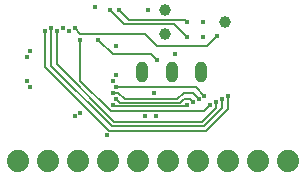
<source format=gtl>
G04*
G04 #@! TF.GenerationSoftware,Altium Limited,Altium Designer,25.1.2 (22)*
G04*
G04 Layer_Physical_Order=1*
G04 Layer_Color=255*
%FSLAX44Y44*%
%MOMM*%
G71*
G04*
G04 #@! TF.SameCoordinates,DB710AA7-E77E-4036-8C0A-EA680BC9F52C*
G04*
G04*
G04 #@! TF.FilePolarity,Positive*
G04*
G01*
G75*
%ADD15C,0.1500*%
%ADD16C,0.9906*%
%ADD17O,1.0000X1.8000*%
%ADD18C,1.8796*%
%ADD19C,0.4000*%
D15*
X104500Y167500D02*
X110000Y162000D01*
X154500D01*
X100000Y167500D02*
X104500D01*
X160000D02*
X167500D01*
X154500Y162000D02*
X160000Y167500D01*
X160000Y162500D02*
X165000D01*
X156500Y159000D02*
X160000Y162500D01*
X106000Y159000D02*
X156500D01*
X102500Y162500D02*
X106000Y159000D01*
X100000Y157500D02*
X101500Y156000D01*
X160371D01*
X161871Y157500D01*
X162500D01*
X170000Y172500D02*
X177500Y165000D01*
X102500Y172500D02*
X170000D01*
X72500Y177500D02*
X98000Y152000D01*
X177000D02*
X182500Y157500D01*
X98000Y152000D02*
X177000D01*
X165000Y162500D02*
X167500Y160000D01*
X180050Y207500D02*
X188000Y215450D01*
X137500Y207500D02*
X180050D01*
X127500Y217500D02*
X137500Y207500D01*
X72500Y217500D02*
X127500D01*
X152050Y226000D02*
X163000Y215050D01*
X109000Y226000D02*
X152050D01*
X97500Y237500D02*
X109000Y226000D01*
X113500Y229000D02*
X161250D01*
X161750Y228500D01*
X163000D01*
X105000Y237500D02*
X113500Y229000D01*
X177000Y139000D02*
X192500Y154500D01*
X99000Y139000D02*
X177000D01*
X47500Y190500D02*
X99000Y139000D01*
X179000Y135000D02*
X197500Y153500D01*
X42500Y189500D02*
X97000Y135000D01*
X179000D01*
X175500Y143000D02*
X187500Y155000D01*
X52500Y191500D02*
X101000Y143000D01*
X175500D01*
X167500Y167500D02*
X172500Y162500D01*
X197500Y153500D02*
Y165000D01*
X192500Y154500D02*
Y162500D01*
X132500Y200000D02*
X137500Y195000D01*
X87500Y212500D02*
X100000Y200000D01*
X132500D01*
X42500Y189500D02*
Y220000D01*
X47500Y190500D02*
Y222500D01*
X52500Y191500D02*
Y220000D01*
X72500Y177500D02*
Y212500D01*
X187500Y155000D02*
Y160000D01*
X67500Y222500D02*
X72500Y217500D01*
D16*
X144200Y217340D02*
D03*
Y237660D02*
D03*
X195000Y227500D02*
D03*
D17*
X125000Y185000D02*
D03*
X150000D02*
D03*
X175000D02*
D03*
D18*
X248600Y110000D02*
D03*
X223200D02*
D03*
X197800D02*
D03*
X172400D02*
D03*
X147000D02*
D03*
X121600D02*
D03*
X96200D02*
D03*
X70800D02*
D03*
X45400D02*
D03*
X20000D02*
D03*
D19*
X135000Y167500D02*
D03*
X152500Y200000D02*
D03*
X102500Y162500D02*
D03*
X102500Y182500D02*
D03*
X127500Y147500D02*
D03*
X136650D02*
D03*
X162500Y157500D02*
D03*
X100000D02*
D03*
X137500Y195000D02*
D03*
X130000Y237500D02*
D03*
X167500Y160000D02*
D03*
X177500Y165000D02*
D03*
X172500Y162500D02*
D03*
X94598Y132098D02*
D03*
X72500Y150000D02*
D03*
X67500Y147500D02*
D03*
X182500Y157500D02*
D03*
X187500Y160000D02*
D03*
X192500Y162500D02*
D03*
X197500Y165000D02*
D03*
X102500Y207500D02*
D03*
X87500Y212500D02*
D03*
X72500D02*
D03*
X100000Y167500D02*
D03*
X102500Y172500D02*
D03*
X42500Y220000D02*
D03*
X47500Y222500D02*
D03*
X52500Y220000D02*
D03*
X30000Y172500D02*
D03*
X100000Y177500D02*
D03*
X62500Y220000D02*
D03*
X30000Y202500D02*
D03*
X27500Y177500D02*
D03*
X27500Y197500D02*
D03*
X85000Y240000D02*
D03*
X57500Y222500D02*
D03*
X67500D02*
D03*
X97500Y237500D02*
D03*
X105000D02*
D03*
X176000Y227550D02*
D03*
X163000Y227250D02*
D03*
Y215050D02*
D03*
X176000Y214750D02*
D03*
X188000Y215450D02*
D03*
M02*

</source>
